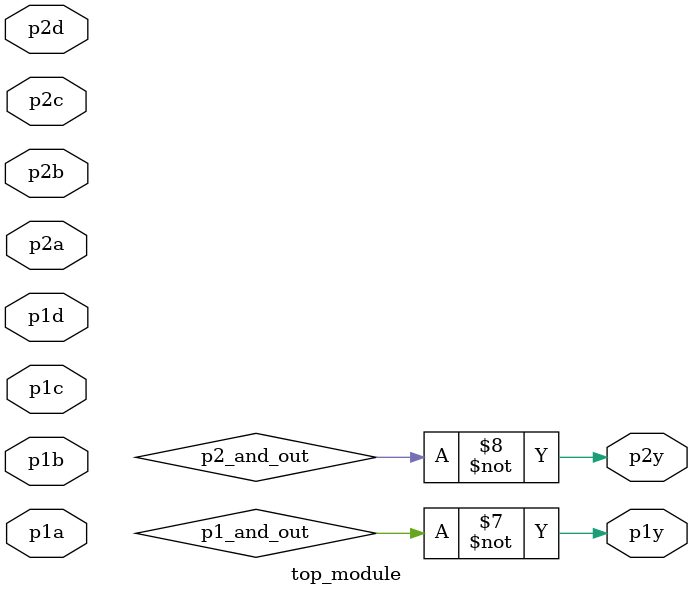
<source format=sv>
module top_module(
	input p1a, 
	input p1b, 
	input p1c, 
	input p1d, 
	output p1y, 
	input p2a, 
	input p2b, 
	input p2c, 
	input p2d, 
	output p2y
);

	// Intermediate wire outputs for AND gates.
	wire p1_and_out, p2_and_out;

	// Logic gate for p1y output.
	and #(
		4,  // Specify the number of inputs for the AND gate
		1   // Specify the output width
	) p1_and_gate(
		.p(p1a),
		.p(p1b),
		.p(p1c),
		.p(p1d),
		.y(p1_and_out)
	);

	// Logic gate for p2y output.
	and #(
		4,  // Specify the number of inputs for the AND gate
		1   // Specify the output width
	) p2_and_gate(
		.p(p2a),
		.p(p2b),
		.p(p2c),
		.p(p2d),
		.y(p2_and_out)
	);

	// Invert the outputs.
	assign p1y = ~p1_and_out;
	assign p2y = ~p2_and_out;

endmodule

</source>
